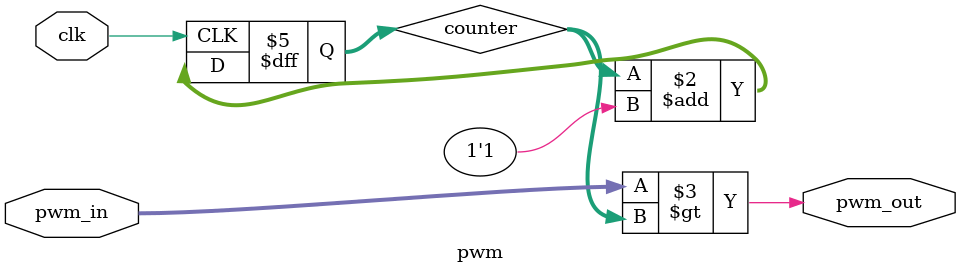
<source format=v>
module pwm (
  clk, 
  pwm_in, 
  pwm_out
);

  parameter SIZE = 10; 
  input clk; 
  input [SIZE-1:0] pwm_in; 
  output pwm_out; 
  
  reg [SIZE-1:0] counter = {(SIZE){1'b0}}; 
  
  always@(posedge clk) counter <= counter +1'b1;

  
  assign pwm_out = (pwm_in > counter); 

endmodule 
</source>
